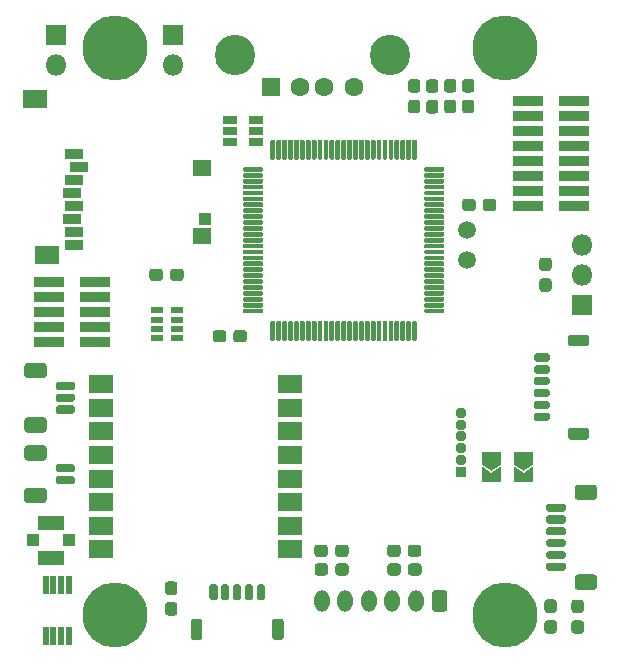
<source format=gbr>
%TF.GenerationSoftware,KiCad,Pcbnew,(5.1.6)-1*%
%TF.CreationDate,2020-12-09T10:59:39+01:00*%
%TF.ProjectId,CanSat,43616e53-6174-42e6-9b69-6361645f7063,rev?*%
%TF.SameCoordinates,Original*%
%TF.FileFunction,Soldermask,Bot*%
%TF.FilePolarity,Negative*%
%FSLAX46Y46*%
G04 Gerber Fmt 4.6, Leading zero omitted, Abs format (unit mm)*
G04 Created by KiCad (PCBNEW (5.1.6)-1) date 2020-12-09 10:59:39*
%MOMM*%
%LPD*%
G01*
G04 APERTURE LIST*
%ADD10C,5.500000*%
%ADD11C,0.900000*%
%ADD12R,1.000000X0.500000*%
%ADD13R,1.100000X1.100000*%
%ADD14R,2.300000X1.150000*%
%ADD15O,1.800000X1.800000*%
%ADD16R,1.800000X1.800000*%
%ADD17R,2.100000X1.600000*%
%ADD18R,1.600000X0.900000*%
%ADD19R,2.000000X1.500000*%
%ADD20R,1.500000X1.400000*%
%ADD21R,1.100000X1.050000*%
%ADD22R,2.500000X0.840000*%
%ADD23O,1.300000X1.850000*%
%ADD24O,0.950000X0.950000*%
%ADD25R,0.950000X0.950000*%
%ADD26C,0.100000*%
%ADD27C,1.500000*%
%ADD28R,1.608000X1.608000*%
%ADD29C,1.608000*%
%ADD30C,3.416000*%
%ADD31R,0.570000X1.520000*%
%ADD32R,1.160000X0.750000*%
G04 APERTURE END LIST*
D10*
%TO.C,H3*%
X226500000Y-81500000D03*
D11*
X228525000Y-81500000D03*
X227931891Y-82931891D03*
X226500000Y-83525000D03*
X225068109Y-82931891D03*
X224475000Y-81500000D03*
X225068109Y-80068109D03*
X226500000Y-79475000D03*
X227931891Y-80068109D03*
%TD*%
D12*
%TO.C,RN3*%
X197016000Y-58096000D03*
X197016000Y-57296000D03*
X197016000Y-56496000D03*
X197016000Y-55696000D03*
X198716000Y-58096000D03*
X198716000Y-55696000D03*
X198716000Y-57296000D03*
X198716000Y-56496000D03*
%TD*%
D13*
%TO.C,J9*%
X189587000Y-75184000D03*
X186587000Y-75184000D03*
D14*
X188087000Y-76659000D03*
X188087000Y-73709000D03*
%TD*%
D15*
%TO.C,J7*%
X198437500Y-34988500D03*
D16*
X198437500Y-32448500D03*
%TD*%
D15*
%TO.C,J6*%
X188531500Y-34988500D03*
D16*
X188531500Y-32448500D03*
%TD*%
%TO.C,F1*%
G36*
G01*
X198509500Y-81573000D02*
X197984500Y-81573000D01*
G75*
G02*
X197722000Y-81310500I0J262500D01*
G01*
X197722000Y-80685500D01*
G75*
G02*
X197984500Y-80423000I262500J0D01*
G01*
X198509500Y-80423000D01*
G75*
G02*
X198772000Y-80685500I0J-262500D01*
G01*
X198772000Y-81310500D01*
G75*
G02*
X198509500Y-81573000I-262500J0D01*
G01*
G37*
G36*
G01*
X198509500Y-79823000D02*
X197984500Y-79823000D01*
G75*
G02*
X197722000Y-79560500I0J262500D01*
G01*
X197722000Y-78935500D01*
G75*
G02*
X197984500Y-78673000I262500J0D01*
G01*
X198509500Y-78673000D01*
G75*
G02*
X198772000Y-78935500I0J-262500D01*
G01*
X198772000Y-79560500D01*
G75*
G02*
X198509500Y-79823000I-262500J0D01*
G01*
G37*
%TD*%
D17*
%TO.C,U1*%
X192279000Y-75961000D03*
X192279000Y-73961000D03*
X192279000Y-71961000D03*
X192279000Y-69961000D03*
X192279000Y-67961000D03*
X192279000Y-65961000D03*
X192279000Y-63961000D03*
X192279000Y-61961000D03*
X208279000Y-61961000D03*
X208279000Y-63961000D03*
X208279000Y-65961000D03*
X208279000Y-67961000D03*
X208279000Y-69961000D03*
X208279000Y-71961000D03*
X208279000Y-73961000D03*
X208279000Y-75961000D03*
%TD*%
D18*
%TO.C,J14*%
X190015000Y-42510000D03*
X190415000Y-43610000D03*
X190015000Y-44710000D03*
X189815000Y-45810000D03*
X190015000Y-46910000D03*
X189815000Y-48010000D03*
X190015000Y-49110000D03*
D19*
X186725000Y-37850000D03*
D20*
X200875000Y-43700000D03*
D21*
X201075000Y-48010000D03*
D20*
X200875000Y-49400000D03*
D19*
X187725000Y-51000000D03*
D18*
X190015000Y-50210000D03*
%TD*%
%TO.C,J4*%
G36*
G01*
X206185000Y-79105000D02*
X206185000Y-80105000D01*
G75*
G02*
X206010000Y-80280000I-175000J0D01*
G01*
X205660000Y-80280000D01*
G75*
G02*
X205485000Y-80105000I0J175000D01*
G01*
X205485000Y-79105000D01*
G75*
G02*
X205660000Y-78930000I175000J0D01*
G01*
X206010000Y-78930000D01*
G75*
G02*
X206185000Y-79105000I0J-175000D01*
G01*
G37*
G36*
G01*
X205185000Y-79105000D02*
X205185000Y-80105000D01*
G75*
G02*
X205010000Y-80280000I-175000J0D01*
G01*
X204660000Y-80280000D01*
G75*
G02*
X204485000Y-80105000I0J175000D01*
G01*
X204485000Y-79105000D01*
G75*
G02*
X204660000Y-78930000I175000J0D01*
G01*
X205010000Y-78930000D01*
G75*
G02*
X205185000Y-79105000I0J-175000D01*
G01*
G37*
G36*
G01*
X204185000Y-79105000D02*
X204185000Y-80105000D01*
G75*
G02*
X204010000Y-80280000I-175000J0D01*
G01*
X203660000Y-80280000D01*
G75*
G02*
X203485000Y-80105000I0J175000D01*
G01*
X203485000Y-79105000D01*
G75*
G02*
X203660000Y-78930000I175000J0D01*
G01*
X204010000Y-78930000D01*
G75*
G02*
X204185000Y-79105000I0J-175000D01*
G01*
G37*
G36*
G01*
X203185000Y-79105000D02*
X203185000Y-80105000D01*
G75*
G02*
X203010000Y-80280000I-175000J0D01*
G01*
X202660000Y-80280000D01*
G75*
G02*
X202485000Y-80105000I0J175000D01*
G01*
X202485000Y-79105000D01*
G75*
G02*
X202660000Y-78930000I175000J0D01*
G01*
X203010000Y-78930000D01*
G75*
G02*
X203185000Y-79105000I0J-175000D01*
G01*
G37*
G36*
G01*
X202185000Y-79105000D02*
X202185000Y-80105000D01*
G75*
G02*
X202010000Y-80280000I-175000J0D01*
G01*
X201660000Y-80280000D01*
G75*
G02*
X201485000Y-80105000I0J175000D01*
G01*
X201485000Y-79105000D01*
G75*
G02*
X201660000Y-78930000I175000J0D01*
G01*
X202010000Y-78930000D01*
G75*
G02*
X202185000Y-79105000I0J-175000D01*
G01*
G37*
G36*
G01*
X207785000Y-82080000D02*
X207785000Y-83380000D01*
G75*
G02*
X207535000Y-83630000I-250000J0D01*
G01*
X207035000Y-83630000D01*
G75*
G02*
X206785000Y-83380000I0J250000D01*
G01*
X206785000Y-82080000D01*
G75*
G02*
X207035000Y-81830000I250000J0D01*
G01*
X207535000Y-81830000D01*
G75*
G02*
X207785000Y-82080000I0J-250000D01*
G01*
G37*
G36*
G01*
X200885000Y-82080000D02*
X200885000Y-83380000D01*
G75*
G02*
X200635000Y-83630000I-250000J0D01*
G01*
X200135000Y-83630000D01*
G75*
G02*
X199885000Y-83380000I0J250000D01*
G01*
X199885000Y-82080000D01*
G75*
G02*
X200135000Y-81830000I250000J0D01*
G01*
X200635000Y-81830000D01*
G75*
G02*
X200885000Y-82080000I0J-250000D01*
G01*
G37*
%TD*%
%TO.C,C6*%
G36*
G01*
X202914000Y-57649500D02*
X202914000Y-58174500D01*
G75*
G02*
X202651500Y-58437000I-262500J0D01*
G01*
X202026500Y-58437000D01*
G75*
G02*
X201764000Y-58174500I0J262500D01*
G01*
X201764000Y-57649500D01*
G75*
G02*
X202026500Y-57387000I262500J0D01*
G01*
X202651500Y-57387000D01*
G75*
G02*
X202914000Y-57649500I0J-262500D01*
G01*
G37*
G36*
G01*
X204664000Y-57649500D02*
X204664000Y-58174500D01*
G75*
G02*
X204401500Y-58437000I-262500J0D01*
G01*
X203776500Y-58437000D01*
G75*
G02*
X203514000Y-58174500I0J262500D01*
G01*
X203514000Y-57649500D01*
G75*
G02*
X203776500Y-57387000I262500J0D01*
G01*
X204401500Y-57387000D01*
G75*
G02*
X204664000Y-57649500I0J-262500D01*
G01*
G37*
%TD*%
%TO.C,C12*%
G36*
G01*
X198152000Y-52967500D02*
X198152000Y-52442500D01*
G75*
G02*
X198414500Y-52180000I262500J0D01*
G01*
X199039500Y-52180000D01*
G75*
G02*
X199302000Y-52442500I0J-262500D01*
G01*
X199302000Y-52967500D01*
G75*
G02*
X199039500Y-53230000I-262500J0D01*
G01*
X198414500Y-53230000D01*
G75*
G02*
X198152000Y-52967500I0J262500D01*
G01*
G37*
G36*
G01*
X196402000Y-52967500D02*
X196402000Y-52442500D01*
G75*
G02*
X196664500Y-52180000I262500J0D01*
G01*
X197289500Y-52180000D01*
G75*
G02*
X197552000Y-52442500I0J-262500D01*
G01*
X197552000Y-52967500D01*
G75*
G02*
X197289500Y-53230000I-262500J0D01*
G01*
X196664500Y-53230000D01*
G75*
G02*
X196402000Y-52967500I0J262500D01*
G01*
G37*
%TD*%
%TO.C,D1*%
G36*
G01*
X219431500Y-75810500D02*
X219431500Y-76335500D01*
G75*
G02*
X219169000Y-76598000I-262500J0D01*
G01*
X218544000Y-76598000D01*
G75*
G02*
X218281500Y-76335500I0J262500D01*
G01*
X218281500Y-75810500D01*
G75*
G02*
X218544000Y-75548000I262500J0D01*
G01*
X219169000Y-75548000D01*
G75*
G02*
X219431500Y-75810500I0J-262500D01*
G01*
G37*
G36*
G01*
X217681500Y-75810500D02*
X217681500Y-76335500D01*
G75*
G02*
X217419000Y-76598000I-262500J0D01*
G01*
X216794000Y-76598000D01*
G75*
G02*
X216531500Y-76335500I0J262500D01*
G01*
X216531500Y-75810500D01*
G75*
G02*
X216794000Y-75548000I262500J0D01*
G01*
X217419000Y-75548000D01*
G75*
G02*
X217681500Y-75810500I0J-262500D01*
G01*
G37*
%TD*%
%TO.C,D2*%
G36*
G01*
X212122000Y-76335500D02*
X212122000Y-75810500D01*
G75*
G02*
X212384500Y-75548000I262500J0D01*
G01*
X213009500Y-75548000D01*
G75*
G02*
X213272000Y-75810500I0J-262500D01*
G01*
X213272000Y-76335500D01*
G75*
G02*
X213009500Y-76598000I-262500J0D01*
G01*
X212384500Y-76598000D01*
G75*
G02*
X212122000Y-76335500I0J262500D01*
G01*
G37*
G36*
G01*
X210372000Y-76335500D02*
X210372000Y-75810500D01*
G75*
G02*
X210634500Y-75548000I262500J0D01*
G01*
X211259500Y-75548000D01*
G75*
G02*
X211522000Y-75810500I0J-262500D01*
G01*
X211522000Y-76335500D01*
G75*
G02*
X211259500Y-76598000I-262500J0D01*
G01*
X210634500Y-76598000D01*
G75*
G02*
X210372000Y-76335500I0J262500D01*
G01*
G37*
%TD*%
%TO.C,D3*%
G36*
G01*
X219083500Y-37292000D02*
X218558500Y-37292000D01*
G75*
G02*
X218296000Y-37029500I0J262500D01*
G01*
X218296000Y-36404500D01*
G75*
G02*
X218558500Y-36142000I262500J0D01*
G01*
X219083500Y-36142000D01*
G75*
G02*
X219346000Y-36404500I0J-262500D01*
G01*
X219346000Y-37029500D01*
G75*
G02*
X219083500Y-37292000I-262500J0D01*
G01*
G37*
G36*
G01*
X219083500Y-39042000D02*
X218558500Y-39042000D01*
G75*
G02*
X218296000Y-38779500I0J262500D01*
G01*
X218296000Y-38154500D01*
G75*
G02*
X218558500Y-37892000I262500J0D01*
G01*
X219083500Y-37892000D01*
G75*
G02*
X219346000Y-38154500I0J-262500D01*
G01*
X219346000Y-38779500D01*
G75*
G02*
X219083500Y-39042000I-262500J0D01*
G01*
G37*
%TD*%
%TO.C,D4*%
G36*
G01*
X222131500Y-39028000D02*
X221606500Y-39028000D01*
G75*
G02*
X221344000Y-38765500I0J262500D01*
G01*
X221344000Y-38140500D01*
G75*
G02*
X221606500Y-37878000I262500J0D01*
G01*
X222131500Y-37878000D01*
G75*
G02*
X222394000Y-38140500I0J-262500D01*
G01*
X222394000Y-38765500D01*
G75*
G02*
X222131500Y-39028000I-262500J0D01*
G01*
G37*
G36*
G01*
X222131500Y-37278000D02*
X221606500Y-37278000D01*
G75*
G02*
X221344000Y-37015500I0J262500D01*
G01*
X221344000Y-36390500D01*
G75*
G02*
X221606500Y-36128000I262500J0D01*
G01*
X222131500Y-36128000D01*
G75*
G02*
X222394000Y-36390500I0J-262500D01*
G01*
X222394000Y-37015500D01*
G75*
G02*
X222131500Y-37278000I-262500J0D01*
G01*
G37*
%TD*%
%TO.C,J1*%
G36*
G01*
X229116000Y-59372000D02*
X230116000Y-59372000D01*
G75*
G02*
X230291000Y-59547000I0J-175000D01*
G01*
X230291000Y-59897000D01*
G75*
G02*
X230116000Y-60072000I-175000J0D01*
G01*
X229116000Y-60072000D01*
G75*
G02*
X228941000Y-59897000I0J175000D01*
G01*
X228941000Y-59547000D01*
G75*
G02*
X229116000Y-59372000I175000J0D01*
G01*
G37*
G36*
G01*
X229116000Y-60372000D02*
X230116000Y-60372000D01*
G75*
G02*
X230291000Y-60547000I0J-175000D01*
G01*
X230291000Y-60897000D01*
G75*
G02*
X230116000Y-61072000I-175000J0D01*
G01*
X229116000Y-61072000D01*
G75*
G02*
X228941000Y-60897000I0J175000D01*
G01*
X228941000Y-60547000D01*
G75*
G02*
X229116000Y-60372000I175000J0D01*
G01*
G37*
G36*
G01*
X229116000Y-61372000D02*
X230116000Y-61372000D01*
G75*
G02*
X230291000Y-61547000I0J-175000D01*
G01*
X230291000Y-61897000D01*
G75*
G02*
X230116000Y-62072000I-175000J0D01*
G01*
X229116000Y-62072000D01*
G75*
G02*
X228941000Y-61897000I0J175000D01*
G01*
X228941000Y-61547000D01*
G75*
G02*
X229116000Y-61372000I175000J0D01*
G01*
G37*
G36*
G01*
X229116000Y-62372000D02*
X230116000Y-62372000D01*
G75*
G02*
X230291000Y-62547000I0J-175000D01*
G01*
X230291000Y-62897000D01*
G75*
G02*
X230116000Y-63072000I-175000J0D01*
G01*
X229116000Y-63072000D01*
G75*
G02*
X228941000Y-62897000I0J175000D01*
G01*
X228941000Y-62547000D01*
G75*
G02*
X229116000Y-62372000I175000J0D01*
G01*
G37*
G36*
G01*
X229116000Y-63372000D02*
X230116000Y-63372000D01*
G75*
G02*
X230291000Y-63547000I0J-175000D01*
G01*
X230291000Y-63897000D01*
G75*
G02*
X230116000Y-64072000I-175000J0D01*
G01*
X229116000Y-64072000D01*
G75*
G02*
X228941000Y-63897000I0J175000D01*
G01*
X228941000Y-63547000D01*
G75*
G02*
X229116000Y-63372000I175000J0D01*
G01*
G37*
G36*
G01*
X229116000Y-64372000D02*
X230116000Y-64372000D01*
G75*
G02*
X230291000Y-64547000I0J-175000D01*
G01*
X230291000Y-64897000D01*
G75*
G02*
X230116000Y-65072000I-175000J0D01*
G01*
X229116000Y-65072000D01*
G75*
G02*
X228941000Y-64897000I0J175000D01*
G01*
X228941000Y-64547000D01*
G75*
G02*
X229116000Y-64372000I175000J0D01*
G01*
G37*
G36*
G01*
X232091000Y-57772000D02*
X233391000Y-57772000D01*
G75*
G02*
X233641000Y-58022000I0J-250000D01*
G01*
X233641000Y-58522000D01*
G75*
G02*
X233391000Y-58772000I-250000J0D01*
G01*
X232091000Y-58772000D01*
G75*
G02*
X231841000Y-58522000I0J250000D01*
G01*
X231841000Y-58022000D01*
G75*
G02*
X232091000Y-57772000I250000J0D01*
G01*
G37*
G36*
G01*
X232091000Y-65672000D02*
X233391000Y-65672000D01*
G75*
G02*
X233641000Y-65922000I0J-250000D01*
G01*
X233641000Y-66422000D01*
G75*
G02*
X233391000Y-66672000I-250000J0D01*
G01*
X232091000Y-66672000D01*
G75*
G02*
X231841000Y-66422000I0J250000D01*
G01*
X231841000Y-65922000D01*
G75*
G02*
X232091000Y-65672000I250000J0D01*
G01*
G37*
%TD*%
%TO.C,J2*%
G36*
G01*
X186080832Y-70746000D02*
X187439168Y-70746000D01*
G75*
G02*
X187710000Y-71016832I0J-270832D01*
G01*
X187710000Y-71775168D01*
G75*
G02*
X187439168Y-72046000I-270832J0D01*
G01*
X186080832Y-72046000D01*
G75*
G02*
X185810000Y-71775168I0J270832D01*
G01*
X185810000Y-71016832D01*
G75*
G02*
X186080832Y-70746000I270832J0D01*
G01*
G37*
G36*
G01*
X186080832Y-67146000D02*
X187439168Y-67146000D01*
G75*
G02*
X187710000Y-67416832I0J-270832D01*
G01*
X187710000Y-68175168D01*
G75*
G02*
X187439168Y-68446000I-270832J0D01*
G01*
X186080832Y-68446000D01*
G75*
G02*
X185810000Y-68175168I0J270832D01*
G01*
X185810000Y-67416832D01*
G75*
G02*
X186080832Y-67146000I270832J0D01*
G01*
G37*
G36*
G01*
X188635000Y-69746000D02*
X189935000Y-69746000D01*
G75*
G02*
X190110000Y-69921000I0J-175000D01*
G01*
X190110000Y-70271000D01*
G75*
G02*
X189935000Y-70446000I-175000J0D01*
G01*
X188635000Y-70446000D01*
G75*
G02*
X188460000Y-70271000I0J175000D01*
G01*
X188460000Y-69921000D01*
G75*
G02*
X188635000Y-69746000I175000J0D01*
G01*
G37*
G36*
G01*
X188635000Y-68746000D02*
X189935000Y-68746000D01*
G75*
G02*
X190110000Y-68921000I0J-175000D01*
G01*
X190110000Y-69271000D01*
G75*
G02*
X189935000Y-69446000I-175000J0D01*
G01*
X188635000Y-69446000D01*
G75*
G02*
X188460000Y-69271000I0J175000D01*
G01*
X188460000Y-68921000D01*
G75*
G02*
X188635000Y-68746000I175000J0D01*
G01*
G37*
%TD*%
%TO.C,J3*%
G36*
G01*
X186080832Y-64769000D02*
X187439168Y-64769000D01*
G75*
G02*
X187710000Y-65039832I0J-270832D01*
G01*
X187710000Y-65798168D01*
G75*
G02*
X187439168Y-66069000I-270832J0D01*
G01*
X186080832Y-66069000D01*
G75*
G02*
X185810000Y-65798168I0J270832D01*
G01*
X185810000Y-65039832D01*
G75*
G02*
X186080832Y-64769000I270832J0D01*
G01*
G37*
G36*
G01*
X186080832Y-60169000D02*
X187439168Y-60169000D01*
G75*
G02*
X187710000Y-60439832I0J-270832D01*
G01*
X187710000Y-61198168D01*
G75*
G02*
X187439168Y-61469000I-270832J0D01*
G01*
X186080832Y-61469000D01*
G75*
G02*
X185810000Y-61198168I0J270832D01*
G01*
X185810000Y-60439832D01*
G75*
G02*
X186080832Y-60169000I270832J0D01*
G01*
G37*
G36*
G01*
X188635000Y-63769000D02*
X189935000Y-63769000D01*
G75*
G02*
X190110000Y-63944000I0J-175000D01*
G01*
X190110000Y-64294000D01*
G75*
G02*
X189935000Y-64469000I-175000J0D01*
G01*
X188635000Y-64469000D01*
G75*
G02*
X188460000Y-64294000I0J175000D01*
G01*
X188460000Y-63944000D01*
G75*
G02*
X188635000Y-63769000I175000J0D01*
G01*
G37*
G36*
G01*
X188635000Y-62769000D02*
X189935000Y-62769000D01*
G75*
G02*
X190110000Y-62944000I0J-175000D01*
G01*
X190110000Y-63294000D01*
G75*
G02*
X189935000Y-63469000I-175000J0D01*
G01*
X188635000Y-63469000D01*
G75*
G02*
X188460000Y-63294000I0J175000D01*
G01*
X188460000Y-62944000D01*
G75*
G02*
X188635000Y-62769000I175000J0D01*
G01*
G37*
G36*
G01*
X188635000Y-61769000D02*
X189935000Y-61769000D01*
G75*
G02*
X190110000Y-61944000I0J-175000D01*
G01*
X190110000Y-62294000D01*
G75*
G02*
X189935000Y-62469000I-175000J0D01*
G01*
X188635000Y-62469000D01*
G75*
G02*
X188460000Y-62294000I0J175000D01*
G01*
X188460000Y-61944000D01*
G75*
G02*
X188635000Y-61769000I175000J0D01*
G01*
G37*
%TD*%
D22*
%TO.C,J5*%
X232328000Y-37973000D03*
X228428000Y-37973000D03*
X232328000Y-39243000D03*
X228428000Y-39243000D03*
X232328000Y-40513000D03*
X228428000Y-40513000D03*
X232328000Y-41783000D03*
X228428000Y-41783000D03*
X232328000Y-43053000D03*
X228428000Y-43053000D03*
X232328000Y-44323000D03*
X228428000Y-44323000D03*
X232328000Y-45593000D03*
X228428000Y-45593000D03*
X232328000Y-46863000D03*
X228428000Y-46863000D03*
%TD*%
D16*
%TO.C,J10*%
X233045000Y-55245000D03*
D15*
X233045000Y-52705000D03*
X233045000Y-50165000D03*
%TD*%
%TO.C,J11*%
G36*
G01*
X234035168Y-71780000D02*
X232676832Y-71780000D01*
G75*
G02*
X232406000Y-71509168I0J270832D01*
G01*
X232406000Y-70750832D01*
G75*
G02*
X232676832Y-70480000I270832J0D01*
G01*
X234035168Y-70480000D01*
G75*
G02*
X234306000Y-70750832I0J-270832D01*
G01*
X234306000Y-71509168D01*
G75*
G02*
X234035168Y-71780000I-270832J0D01*
G01*
G37*
G36*
G01*
X234035168Y-79380000D02*
X232676832Y-79380000D01*
G75*
G02*
X232406000Y-79109168I0J270832D01*
G01*
X232406000Y-78350832D01*
G75*
G02*
X232676832Y-78080000I270832J0D01*
G01*
X234035168Y-78080000D01*
G75*
G02*
X234306000Y-78350832I0J-270832D01*
G01*
X234306000Y-79109168D01*
G75*
G02*
X234035168Y-79380000I-270832J0D01*
G01*
G37*
G36*
G01*
X231481000Y-72780000D02*
X230181000Y-72780000D01*
G75*
G02*
X230006000Y-72605000I0J175000D01*
G01*
X230006000Y-72255000D01*
G75*
G02*
X230181000Y-72080000I175000J0D01*
G01*
X231481000Y-72080000D01*
G75*
G02*
X231656000Y-72255000I0J-175000D01*
G01*
X231656000Y-72605000D01*
G75*
G02*
X231481000Y-72780000I-175000J0D01*
G01*
G37*
G36*
G01*
X231481000Y-73780000D02*
X230181000Y-73780000D01*
G75*
G02*
X230006000Y-73605000I0J175000D01*
G01*
X230006000Y-73255000D01*
G75*
G02*
X230181000Y-73080000I175000J0D01*
G01*
X231481000Y-73080000D01*
G75*
G02*
X231656000Y-73255000I0J-175000D01*
G01*
X231656000Y-73605000D01*
G75*
G02*
X231481000Y-73780000I-175000J0D01*
G01*
G37*
G36*
G01*
X231481000Y-74780000D02*
X230181000Y-74780000D01*
G75*
G02*
X230006000Y-74605000I0J175000D01*
G01*
X230006000Y-74255000D01*
G75*
G02*
X230181000Y-74080000I175000J0D01*
G01*
X231481000Y-74080000D01*
G75*
G02*
X231656000Y-74255000I0J-175000D01*
G01*
X231656000Y-74605000D01*
G75*
G02*
X231481000Y-74780000I-175000J0D01*
G01*
G37*
G36*
G01*
X231481000Y-75780000D02*
X230181000Y-75780000D01*
G75*
G02*
X230006000Y-75605000I0J175000D01*
G01*
X230006000Y-75255000D01*
G75*
G02*
X230181000Y-75080000I175000J0D01*
G01*
X231481000Y-75080000D01*
G75*
G02*
X231656000Y-75255000I0J-175000D01*
G01*
X231656000Y-75605000D01*
G75*
G02*
X231481000Y-75780000I-175000J0D01*
G01*
G37*
G36*
G01*
X231481000Y-76780000D02*
X230181000Y-76780000D01*
G75*
G02*
X230006000Y-76605000I0J175000D01*
G01*
X230006000Y-76255000D01*
G75*
G02*
X230181000Y-76080000I175000J0D01*
G01*
X231481000Y-76080000D01*
G75*
G02*
X231656000Y-76255000I0J-175000D01*
G01*
X231656000Y-76605000D01*
G75*
G02*
X231481000Y-76780000I-175000J0D01*
G01*
G37*
G36*
G01*
X231481000Y-77780000D02*
X230181000Y-77780000D01*
G75*
G02*
X230006000Y-77605000I0J175000D01*
G01*
X230006000Y-77255000D01*
G75*
G02*
X230181000Y-77080000I175000J0D01*
G01*
X231481000Y-77080000D01*
G75*
G02*
X231656000Y-77255000I0J-175000D01*
G01*
X231656000Y-77605000D01*
G75*
G02*
X231481000Y-77780000I-175000J0D01*
G01*
G37*
%TD*%
D23*
%TO.C,J12*%
X210980000Y-80327500D03*
X212980000Y-80327500D03*
X214980000Y-80327500D03*
X216980000Y-80327500D03*
X218980000Y-80327500D03*
G36*
G01*
X221630000Y-79673332D02*
X221630000Y-80981668D01*
G75*
G02*
X221359168Y-81252500I-270832J0D01*
G01*
X220600832Y-81252500D01*
G75*
G02*
X220330000Y-80981668I0J270832D01*
G01*
X220330000Y-79673332D01*
G75*
G02*
X220600832Y-79402500I270832J0D01*
G01*
X221359168Y-79402500D01*
G75*
G02*
X221630000Y-79673332I0J-270832D01*
G01*
G37*
%TD*%
D22*
%TO.C,J13*%
X191815000Y-53340000D03*
X187915000Y-53340000D03*
X191815000Y-54610000D03*
X187915000Y-54610000D03*
X191815000Y-55880000D03*
X187915000Y-55880000D03*
X191815000Y-57150000D03*
X187915000Y-57150000D03*
X191815000Y-58420000D03*
X187915000Y-58420000D03*
%TD*%
D24*
%TO.C,J17*%
X222800000Y-64400000D03*
X222800000Y-65400000D03*
X222800000Y-66400000D03*
X222800000Y-67400000D03*
X222800000Y-68400000D03*
D25*
X222800000Y-69400000D03*
%TD*%
D26*
%TO.C,JP1*%
G36*
X228891039Y-70195755D02*
G01*
X228888194Y-70205134D01*
X228883573Y-70213779D01*
X228877355Y-70221355D01*
X228869779Y-70227573D01*
X228861134Y-70232194D01*
X228851755Y-70235039D01*
X228842000Y-70236000D01*
X227342000Y-70236000D01*
X227332245Y-70235039D01*
X227322866Y-70232194D01*
X227314221Y-70227573D01*
X227306645Y-70221355D01*
X227300427Y-70213779D01*
X227295806Y-70205134D01*
X227292961Y-70195755D01*
X227292000Y-70186000D01*
X227292000Y-69036000D01*
X227292961Y-69026245D01*
X227295806Y-69016866D01*
X227300427Y-69008221D01*
X227306645Y-69000645D01*
X227314221Y-68994427D01*
X227322866Y-68989806D01*
X227332245Y-68986961D01*
X227342000Y-68986000D01*
X227351755Y-68986961D01*
X227361134Y-68989806D01*
X227369735Y-68994397D01*
X228092000Y-69475907D01*
X228814265Y-68994397D01*
X228822914Y-68989786D01*
X228832297Y-68986951D01*
X228842052Y-68986000D01*
X228851806Y-68986971D01*
X228861182Y-68989826D01*
X228869822Y-68994456D01*
X228877392Y-69000682D01*
X228883603Y-69008265D01*
X228888214Y-69016914D01*
X228891049Y-69026297D01*
X228892000Y-69036000D01*
X228892000Y-70186000D01*
X228891039Y-70195755D01*
G37*
G36*
X228891039Y-68745755D02*
G01*
X228888194Y-68755134D01*
X228883573Y-68763779D01*
X228877355Y-68771355D01*
X228869735Y-68777603D01*
X228119735Y-69277603D01*
X228111086Y-69282214D01*
X228101703Y-69285049D01*
X228091948Y-69286000D01*
X228082194Y-69285029D01*
X228072818Y-69282174D01*
X228064265Y-69277603D01*
X227314265Y-68777603D01*
X227306682Y-68771392D01*
X227300456Y-68763822D01*
X227295826Y-68755182D01*
X227292971Y-68745806D01*
X227292000Y-68736000D01*
X227292000Y-67736000D01*
X227292961Y-67726245D01*
X227295806Y-67716866D01*
X227300427Y-67708221D01*
X227306645Y-67700645D01*
X227314221Y-67694427D01*
X227322866Y-67689806D01*
X227332245Y-67686961D01*
X227342000Y-67686000D01*
X228842000Y-67686000D01*
X228851755Y-67686961D01*
X228861134Y-67689806D01*
X228869779Y-67694427D01*
X228877355Y-67700645D01*
X228883573Y-67708221D01*
X228888194Y-67716866D01*
X228891039Y-67726245D01*
X228892000Y-67736000D01*
X228892000Y-68736000D01*
X228891039Y-68745755D01*
G37*
%TD*%
%TO.C,JP2*%
G36*
X226160539Y-68745755D02*
G01*
X226157694Y-68755134D01*
X226153073Y-68763779D01*
X226146855Y-68771355D01*
X226139235Y-68777603D01*
X225389235Y-69277603D01*
X225380586Y-69282214D01*
X225371203Y-69285049D01*
X225361448Y-69286000D01*
X225351694Y-69285029D01*
X225342318Y-69282174D01*
X225333765Y-69277603D01*
X224583765Y-68777603D01*
X224576182Y-68771392D01*
X224569956Y-68763822D01*
X224565326Y-68755182D01*
X224562471Y-68745806D01*
X224561500Y-68736000D01*
X224561500Y-67736000D01*
X224562461Y-67726245D01*
X224565306Y-67716866D01*
X224569927Y-67708221D01*
X224576145Y-67700645D01*
X224583721Y-67694427D01*
X224592366Y-67689806D01*
X224601745Y-67686961D01*
X224611500Y-67686000D01*
X226111500Y-67686000D01*
X226121255Y-67686961D01*
X226130634Y-67689806D01*
X226139279Y-67694427D01*
X226146855Y-67700645D01*
X226153073Y-67708221D01*
X226157694Y-67716866D01*
X226160539Y-67726245D01*
X226161500Y-67736000D01*
X226161500Y-68736000D01*
X226160539Y-68745755D01*
G37*
G36*
X226160539Y-70195755D02*
G01*
X226157694Y-70205134D01*
X226153073Y-70213779D01*
X226146855Y-70221355D01*
X226139279Y-70227573D01*
X226130634Y-70232194D01*
X226121255Y-70235039D01*
X226111500Y-70236000D01*
X224611500Y-70236000D01*
X224601745Y-70235039D01*
X224592366Y-70232194D01*
X224583721Y-70227573D01*
X224576145Y-70221355D01*
X224569927Y-70213779D01*
X224565306Y-70205134D01*
X224562461Y-70195755D01*
X224561500Y-70186000D01*
X224561500Y-69036000D01*
X224562461Y-69026245D01*
X224565306Y-69016866D01*
X224569927Y-69008221D01*
X224576145Y-69000645D01*
X224583721Y-68994427D01*
X224592366Y-68989806D01*
X224601745Y-68986961D01*
X224611500Y-68986000D01*
X224621255Y-68986961D01*
X224630634Y-68989806D01*
X224639235Y-68994397D01*
X225361500Y-69475907D01*
X226083765Y-68994397D01*
X226092414Y-68989786D01*
X226101797Y-68986951D01*
X226111552Y-68986000D01*
X226121306Y-68986971D01*
X226130682Y-68989826D01*
X226139322Y-68994456D01*
X226146892Y-69000682D01*
X226153103Y-69008265D01*
X226157714Y-69016914D01*
X226160549Y-69026297D01*
X226161500Y-69036000D01*
X226161500Y-70186000D01*
X226160539Y-70195755D01*
G37*
%TD*%
D27*
%TO.C,JP4*%
X223266000Y-48895000D03*
X223266000Y-51435000D03*
%TD*%
D28*
%TO.C,P1*%
X206685000Y-36830000D03*
D29*
X209185000Y-36830000D03*
X211185000Y-36830000D03*
X213685000Y-36830000D03*
D30*
X203615000Y-34120000D03*
X216755000Y-34120000D03*
%TD*%
%TO.C,R10*%
G36*
G01*
X230196000Y-54155000D02*
X229671000Y-54155000D01*
G75*
G02*
X229408500Y-53892500I0J262500D01*
G01*
X229408500Y-53267500D01*
G75*
G02*
X229671000Y-53005000I262500J0D01*
G01*
X230196000Y-53005000D01*
G75*
G02*
X230458500Y-53267500I0J-262500D01*
G01*
X230458500Y-53892500D01*
G75*
G02*
X230196000Y-54155000I-262500J0D01*
G01*
G37*
G36*
G01*
X230196000Y-52405000D02*
X229671000Y-52405000D01*
G75*
G02*
X229408500Y-52142500I0J262500D01*
G01*
X229408500Y-51517500D01*
G75*
G02*
X229671000Y-51255000I262500J0D01*
G01*
X230196000Y-51255000D01*
G75*
G02*
X230458500Y-51517500I0J-262500D01*
G01*
X230458500Y-52142500D01*
G75*
G02*
X230196000Y-52405000I-262500J0D01*
G01*
G37*
%TD*%
%TO.C,R11*%
G36*
G01*
X216545500Y-77923000D02*
X216545500Y-77398000D01*
G75*
G02*
X216808000Y-77135500I262500J0D01*
G01*
X217433000Y-77135500D01*
G75*
G02*
X217695500Y-77398000I0J-262500D01*
G01*
X217695500Y-77923000D01*
G75*
G02*
X217433000Y-78185500I-262500J0D01*
G01*
X216808000Y-78185500D01*
G75*
G02*
X216545500Y-77923000I0J262500D01*
G01*
G37*
G36*
G01*
X218295500Y-77923000D02*
X218295500Y-77398000D01*
G75*
G02*
X218558000Y-77135500I262500J0D01*
G01*
X219183000Y-77135500D01*
G75*
G02*
X219445500Y-77398000I0J-262500D01*
G01*
X219445500Y-77923000D01*
G75*
G02*
X219183000Y-78185500I-262500J0D01*
G01*
X218558000Y-78185500D01*
G75*
G02*
X218295500Y-77923000I0J262500D01*
G01*
G37*
%TD*%
%TO.C,R12*%
G36*
G01*
X211536000Y-77398000D02*
X211536000Y-77923000D01*
G75*
G02*
X211273500Y-78185500I-262500J0D01*
G01*
X210648500Y-78185500D01*
G75*
G02*
X210386000Y-77923000I0J262500D01*
G01*
X210386000Y-77398000D01*
G75*
G02*
X210648500Y-77135500I262500J0D01*
G01*
X211273500Y-77135500D01*
G75*
G02*
X211536000Y-77398000I0J-262500D01*
G01*
G37*
G36*
G01*
X213286000Y-77398000D02*
X213286000Y-77923000D01*
G75*
G02*
X213023500Y-78185500I-262500J0D01*
G01*
X212398500Y-78185500D01*
G75*
G02*
X212136000Y-77923000I0J262500D01*
G01*
X212136000Y-77398000D01*
G75*
G02*
X212398500Y-77135500I262500J0D01*
G01*
X213023500Y-77135500D01*
G75*
G02*
X213286000Y-77398000I0J-262500D01*
G01*
G37*
%TD*%
%TO.C,R13*%
G36*
G01*
X232926500Y-83111000D02*
X232401500Y-83111000D01*
G75*
G02*
X232139000Y-82848500I0J262500D01*
G01*
X232139000Y-82223500D01*
G75*
G02*
X232401500Y-81961000I262500J0D01*
G01*
X232926500Y-81961000D01*
G75*
G02*
X233189000Y-82223500I0J-262500D01*
G01*
X233189000Y-82848500D01*
G75*
G02*
X232926500Y-83111000I-262500J0D01*
G01*
G37*
G36*
G01*
X232926500Y-81361000D02*
X232401500Y-81361000D01*
G75*
G02*
X232139000Y-81098500I0J262500D01*
G01*
X232139000Y-80473500D01*
G75*
G02*
X232401500Y-80211000I262500J0D01*
G01*
X232926500Y-80211000D01*
G75*
G02*
X233189000Y-80473500I0J-262500D01*
G01*
X233189000Y-81098500D01*
G75*
G02*
X232926500Y-81361000I-262500J0D01*
G01*
G37*
%TD*%
%TO.C,R14*%
G36*
G01*
X230640500Y-83097000D02*
X230115500Y-83097000D01*
G75*
G02*
X229853000Y-82834500I0J262500D01*
G01*
X229853000Y-82209500D01*
G75*
G02*
X230115500Y-81947000I262500J0D01*
G01*
X230640500Y-81947000D01*
G75*
G02*
X230903000Y-82209500I0J-262500D01*
G01*
X230903000Y-82834500D01*
G75*
G02*
X230640500Y-83097000I-262500J0D01*
G01*
G37*
G36*
G01*
X230640500Y-81347000D02*
X230115500Y-81347000D01*
G75*
G02*
X229853000Y-81084500I0J262500D01*
G01*
X229853000Y-80459500D01*
G75*
G02*
X230115500Y-80197000I262500J0D01*
G01*
X230640500Y-80197000D01*
G75*
G02*
X230903000Y-80459500I0J-262500D01*
G01*
X230903000Y-81084500D01*
G75*
G02*
X230640500Y-81347000I-262500J0D01*
G01*
G37*
%TD*%
%TO.C,R28*%
G36*
G01*
X220082500Y-36156000D02*
X220607500Y-36156000D01*
G75*
G02*
X220870000Y-36418500I0J-262500D01*
G01*
X220870000Y-37043500D01*
G75*
G02*
X220607500Y-37306000I-262500J0D01*
G01*
X220082500Y-37306000D01*
G75*
G02*
X219820000Y-37043500I0J262500D01*
G01*
X219820000Y-36418500D01*
G75*
G02*
X220082500Y-36156000I262500J0D01*
G01*
G37*
G36*
G01*
X220082500Y-37906000D02*
X220607500Y-37906000D01*
G75*
G02*
X220870000Y-38168500I0J-262500D01*
G01*
X220870000Y-38793500D01*
G75*
G02*
X220607500Y-39056000I-262500J0D01*
G01*
X220082500Y-39056000D01*
G75*
G02*
X219820000Y-38793500I0J262500D01*
G01*
X219820000Y-38168500D01*
G75*
G02*
X220082500Y-37906000I262500J0D01*
G01*
G37*
%TD*%
%TO.C,R29*%
G36*
G01*
X223130500Y-36128000D02*
X223655500Y-36128000D01*
G75*
G02*
X223918000Y-36390500I0J-262500D01*
G01*
X223918000Y-37015500D01*
G75*
G02*
X223655500Y-37278000I-262500J0D01*
G01*
X223130500Y-37278000D01*
G75*
G02*
X222868000Y-37015500I0J262500D01*
G01*
X222868000Y-36390500D01*
G75*
G02*
X223130500Y-36128000I262500J0D01*
G01*
G37*
G36*
G01*
X223130500Y-37878000D02*
X223655500Y-37878000D01*
G75*
G02*
X223918000Y-38140500I0J-262500D01*
G01*
X223918000Y-38765500D01*
G75*
G02*
X223655500Y-39028000I-262500J0D01*
G01*
X223130500Y-39028000D01*
G75*
G02*
X222868000Y-38765500I0J262500D01*
G01*
X222868000Y-38140500D01*
G75*
G02*
X223130500Y-37878000I262500J0D01*
G01*
G37*
%TD*%
%TO.C,R30*%
G36*
G01*
X222881500Y-47062000D02*
X222881500Y-46537000D01*
G75*
G02*
X223144000Y-46274500I262500J0D01*
G01*
X223769000Y-46274500D01*
G75*
G02*
X224031500Y-46537000I0J-262500D01*
G01*
X224031500Y-47062000D01*
G75*
G02*
X223769000Y-47324500I-262500J0D01*
G01*
X223144000Y-47324500D01*
G75*
G02*
X222881500Y-47062000I0J262500D01*
G01*
G37*
G36*
G01*
X224631500Y-47062000D02*
X224631500Y-46537000D01*
G75*
G02*
X224894000Y-46274500I262500J0D01*
G01*
X225519000Y-46274500D01*
G75*
G02*
X225781500Y-46537000I0J-262500D01*
G01*
X225781500Y-47062000D01*
G75*
G02*
X225519000Y-47324500I-262500J0D01*
G01*
X224894000Y-47324500D01*
G75*
G02*
X224631500Y-47062000I0J262500D01*
G01*
G37*
%TD*%
D31*
%TO.C,U2*%
X187620000Y-78994000D03*
X188270000Y-78994000D03*
X188920000Y-78994000D03*
X189570000Y-78994000D03*
X189570000Y-83324000D03*
X188920000Y-83324000D03*
X188270000Y-83324000D03*
X187620000Y-83324000D03*
%TD*%
%TO.C,U3*%
G36*
G01*
X219052000Y-41359000D02*
X219052000Y-42859000D01*
G75*
G02*
X218952000Y-42959000I-100000J0D01*
G01*
X218752000Y-42959000D01*
G75*
G02*
X218652000Y-42859000I0J100000D01*
G01*
X218652000Y-41359000D01*
G75*
G02*
X218752000Y-41259000I100000J0D01*
G01*
X218952000Y-41259000D01*
G75*
G02*
X219052000Y-41359000I0J-100000D01*
G01*
G37*
G36*
G01*
X218552000Y-41359000D02*
X218552000Y-42859000D01*
G75*
G02*
X218452000Y-42959000I-100000J0D01*
G01*
X218252000Y-42959000D01*
G75*
G02*
X218152000Y-42859000I0J100000D01*
G01*
X218152000Y-41359000D01*
G75*
G02*
X218252000Y-41259000I100000J0D01*
G01*
X218452000Y-41259000D01*
G75*
G02*
X218552000Y-41359000I0J-100000D01*
G01*
G37*
G36*
G01*
X218052000Y-41359000D02*
X218052000Y-42859000D01*
G75*
G02*
X217952000Y-42959000I-100000J0D01*
G01*
X217752000Y-42959000D01*
G75*
G02*
X217652000Y-42859000I0J100000D01*
G01*
X217652000Y-41359000D01*
G75*
G02*
X217752000Y-41259000I100000J0D01*
G01*
X217952000Y-41259000D01*
G75*
G02*
X218052000Y-41359000I0J-100000D01*
G01*
G37*
G36*
G01*
X217552000Y-41359000D02*
X217552000Y-42859000D01*
G75*
G02*
X217452000Y-42959000I-100000J0D01*
G01*
X217252000Y-42959000D01*
G75*
G02*
X217152000Y-42859000I0J100000D01*
G01*
X217152000Y-41359000D01*
G75*
G02*
X217252000Y-41259000I100000J0D01*
G01*
X217452000Y-41259000D01*
G75*
G02*
X217552000Y-41359000I0J-100000D01*
G01*
G37*
G36*
G01*
X217052000Y-41359000D02*
X217052000Y-42859000D01*
G75*
G02*
X216952000Y-42959000I-100000J0D01*
G01*
X216752000Y-42959000D01*
G75*
G02*
X216652000Y-42859000I0J100000D01*
G01*
X216652000Y-41359000D01*
G75*
G02*
X216752000Y-41259000I100000J0D01*
G01*
X216952000Y-41259000D01*
G75*
G02*
X217052000Y-41359000I0J-100000D01*
G01*
G37*
G36*
G01*
X216552000Y-41359000D02*
X216552000Y-42859000D01*
G75*
G02*
X216452000Y-42959000I-100000J0D01*
G01*
X216252000Y-42959000D01*
G75*
G02*
X216152000Y-42859000I0J100000D01*
G01*
X216152000Y-41359000D01*
G75*
G02*
X216252000Y-41259000I100000J0D01*
G01*
X216452000Y-41259000D01*
G75*
G02*
X216552000Y-41359000I0J-100000D01*
G01*
G37*
G36*
G01*
X216052000Y-41359000D02*
X216052000Y-42859000D01*
G75*
G02*
X215952000Y-42959000I-100000J0D01*
G01*
X215752000Y-42959000D01*
G75*
G02*
X215652000Y-42859000I0J100000D01*
G01*
X215652000Y-41359000D01*
G75*
G02*
X215752000Y-41259000I100000J0D01*
G01*
X215952000Y-41259000D01*
G75*
G02*
X216052000Y-41359000I0J-100000D01*
G01*
G37*
G36*
G01*
X215552000Y-41359000D02*
X215552000Y-42859000D01*
G75*
G02*
X215452000Y-42959000I-100000J0D01*
G01*
X215252000Y-42959000D01*
G75*
G02*
X215152000Y-42859000I0J100000D01*
G01*
X215152000Y-41359000D01*
G75*
G02*
X215252000Y-41259000I100000J0D01*
G01*
X215452000Y-41259000D01*
G75*
G02*
X215552000Y-41359000I0J-100000D01*
G01*
G37*
G36*
G01*
X215052000Y-41359000D02*
X215052000Y-42859000D01*
G75*
G02*
X214952000Y-42959000I-100000J0D01*
G01*
X214752000Y-42959000D01*
G75*
G02*
X214652000Y-42859000I0J100000D01*
G01*
X214652000Y-41359000D01*
G75*
G02*
X214752000Y-41259000I100000J0D01*
G01*
X214952000Y-41259000D01*
G75*
G02*
X215052000Y-41359000I0J-100000D01*
G01*
G37*
G36*
G01*
X214552000Y-41359000D02*
X214552000Y-42859000D01*
G75*
G02*
X214452000Y-42959000I-100000J0D01*
G01*
X214252000Y-42959000D01*
G75*
G02*
X214152000Y-42859000I0J100000D01*
G01*
X214152000Y-41359000D01*
G75*
G02*
X214252000Y-41259000I100000J0D01*
G01*
X214452000Y-41259000D01*
G75*
G02*
X214552000Y-41359000I0J-100000D01*
G01*
G37*
G36*
G01*
X214052000Y-41359000D02*
X214052000Y-42859000D01*
G75*
G02*
X213952000Y-42959000I-100000J0D01*
G01*
X213752000Y-42959000D01*
G75*
G02*
X213652000Y-42859000I0J100000D01*
G01*
X213652000Y-41359000D01*
G75*
G02*
X213752000Y-41259000I100000J0D01*
G01*
X213952000Y-41259000D01*
G75*
G02*
X214052000Y-41359000I0J-100000D01*
G01*
G37*
G36*
G01*
X213552000Y-41359000D02*
X213552000Y-42859000D01*
G75*
G02*
X213452000Y-42959000I-100000J0D01*
G01*
X213252000Y-42959000D01*
G75*
G02*
X213152000Y-42859000I0J100000D01*
G01*
X213152000Y-41359000D01*
G75*
G02*
X213252000Y-41259000I100000J0D01*
G01*
X213452000Y-41259000D01*
G75*
G02*
X213552000Y-41359000I0J-100000D01*
G01*
G37*
G36*
G01*
X213052000Y-41359000D02*
X213052000Y-42859000D01*
G75*
G02*
X212952000Y-42959000I-100000J0D01*
G01*
X212752000Y-42959000D01*
G75*
G02*
X212652000Y-42859000I0J100000D01*
G01*
X212652000Y-41359000D01*
G75*
G02*
X212752000Y-41259000I100000J0D01*
G01*
X212952000Y-41259000D01*
G75*
G02*
X213052000Y-41359000I0J-100000D01*
G01*
G37*
G36*
G01*
X212552000Y-41359000D02*
X212552000Y-42859000D01*
G75*
G02*
X212452000Y-42959000I-100000J0D01*
G01*
X212252000Y-42959000D01*
G75*
G02*
X212152000Y-42859000I0J100000D01*
G01*
X212152000Y-41359000D01*
G75*
G02*
X212252000Y-41259000I100000J0D01*
G01*
X212452000Y-41259000D01*
G75*
G02*
X212552000Y-41359000I0J-100000D01*
G01*
G37*
G36*
G01*
X212052000Y-41359000D02*
X212052000Y-42859000D01*
G75*
G02*
X211952000Y-42959000I-100000J0D01*
G01*
X211752000Y-42959000D01*
G75*
G02*
X211652000Y-42859000I0J100000D01*
G01*
X211652000Y-41359000D01*
G75*
G02*
X211752000Y-41259000I100000J0D01*
G01*
X211952000Y-41259000D01*
G75*
G02*
X212052000Y-41359000I0J-100000D01*
G01*
G37*
G36*
G01*
X211552000Y-41359000D02*
X211552000Y-42859000D01*
G75*
G02*
X211452000Y-42959000I-100000J0D01*
G01*
X211252000Y-42959000D01*
G75*
G02*
X211152000Y-42859000I0J100000D01*
G01*
X211152000Y-41359000D01*
G75*
G02*
X211252000Y-41259000I100000J0D01*
G01*
X211452000Y-41259000D01*
G75*
G02*
X211552000Y-41359000I0J-100000D01*
G01*
G37*
G36*
G01*
X211052000Y-41359000D02*
X211052000Y-42859000D01*
G75*
G02*
X210952000Y-42959000I-100000J0D01*
G01*
X210752000Y-42959000D01*
G75*
G02*
X210652000Y-42859000I0J100000D01*
G01*
X210652000Y-41359000D01*
G75*
G02*
X210752000Y-41259000I100000J0D01*
G01*
X210952000Y-41259000D01*
G75*
G02*
X211052000Y-41359000I0J-100000D01*
G01*
G37*
G36*
G01*
X210552000Y-41359000D02*
X210552000Y-42859000D01*
G75*
G02*
X210452000Y-42959000I-100000J0D01*
G01*
X210252000Y-42959000D01*
G75*
G02*
X210152000Y-42859000I0J100000D01*
G01*
X210152000Y-41359000D01*
G75*
G02*
X210252000Y-41259000I100000J0D01*
G01*
X210452000Y-41259000D01*
G75*
G02*
X210552000Y-41359000I0J-100000D01*
G01*
G37*
G36*
G01*
X210052000Y-41359000D02*
X210052000Y-42859000D01*
G75*
G02*
X209952000Y-42959000I-100000J0D01*
G01*
X209752000Y-42959000D01*
G75*
G02*
X209652000Y-42859000I0J100000D01*
G01*
X209652000Y-41359000D01*
G75*
G02*
X209752000Y-41259000I100000J0D01*
G01*
X209952000Y-41259000D01*
G75*
G02*
X210052000Y-41359000I0J-100000D01*
G01*
G37*
G36*
G01*
X209552000Y-41359000D02*
X209552000Y-42859000D01*
G75*
G02*
X209452000Y-42959000I-100000J0D01*
G01*
X209252000Y-42959000D01*
G75*
G02*
X209152000Y-42859000I0J100000D01*
G01*
X209152000Y-41359000D01*
G75*
G02*
X209252000Y-41259000I100000J0D01*
G01*
X209452000Y-41259000D01*
G75*
G02*
X209552000Y-41359000I0J-100000D01*
G01*
G37*
G36*
G01*
X209052000Y-41359000D02*
X209052000Y-42859000D01*
G75*
G02*
X208952000Y-42959000I-100000J0D01*
G01*
X208752000Y-42959000D01*
G75*
G02*
X208652000Y-42859000I0J100000D01*
G01*
X208652000Y-41359000D01*
G75*
G02*
X208752000Y-41259000I100000J0D01*
G01*
X208952000Y-41259000D01*
G75*
G02*
X209052000Y-41359000I0J-100000D01*
G01*
G37*
G36*
G01*
X208552000Y-41359000D02*
X208552000Y-42859000D01*
G75*
G02*
X208452000Y-42959000I-100000J0D01*
G01*
X208252000Y-42959000D01*
G75*
G02*
X208152000Y-42859000I0J100000D01*
G01*
X208152000Y-41359000D01*
G75*
G02*
X208252000Y-41259000I100000J0D01*
G01*
X208452000Y-41259000D01*
G75*
G02*
X208552000Y-41359000I0J-100000D01*
G01*
G37*
G36*
G01*
X208052000Y-41359000D02*
X208052000Y-42859000D01*
G75*
G02*
X207952000Y-42959000I-100000J0D01*
G01*
X207752000Y-42959000D01*
G75*
G02*
X207652000Y-42859000I0J100000D01*
G01*
X207652000Y-41359000D01*
G75*
G02*
X207752000Y-41259000I100000J0D01*
G01*
X207952000Y-41259000D01*
G75*
G02*
X208052000Y-41359000I0J-100000D01*
G01*
G37*
G36*
G01*
X207552000Y-41359000D02*
X207552000Y-42859000D01*
G75*
G02*
X207452000Y-42959000I-100000J0D01*
G01*
X207252000Y-42959000D01*
G75*
G02*
X207152000Y-42859000I0J100000D01*
G01*
X207152000Y-41359000D01*
G75*
G02*
X207252000Y-41259000I100000J0D01*
G01*
X207452000Y-41259000D01*
G75*
G02*
X207552000Y-41359000I0J-100000D01*
G01*
G37*
G36*
G01*
X207052000Y-41359000D02*
X207052000Y-42859000D01*
G75*
G02*
X206952000Y-42959000I-100000J0D01*
G01*
X206752000Y-42959000D01*
G75*
G02*
X206652000Y-42859000I0J100000D01*
G01*
X206652000Y-41359000D01*
G75*
G02*
X206752000Y-41259000I100000J0D01*
G01*
X206952000Y-41259000D01*
G75*
G02*
X207052000Y-41359000I0J-100000D01*
G01*
G37*
G36*
G01*
X206027000Y-43684000D02*
X206027000Y-43884000D01*
G75*
G02*
X205927000Y-43984000I-100000J0D01*
G01*
X204427000Y-43984000D01*
G75*
G02*
X204327000Y-43884000I0J100000D01*
G01*
X204327000Y-43684000D01*
G75*
G02*
X204427000Y-43584000I100000J0D01*
G01*
X205927000Y-43584000D01*
G75*
G02*
X206027000Y-43684000I0J-100000D01*
G01*
G37*
G36*
G01*
X206027000Y-44184000D02*
X206027000Y-44384000D01*
G75*
G02*
X205927000Y-44484000I-100000J0D01*
G01*
X204427000Y-44484000D01*
G75*
G02*
X204327000Y-44384000I0J100000D01*
G01*
X204327000Y-44184000D01*
G75*
G02*
X204427000Y-44084000I100000J0D01*
G01*
X205927000Y-44084000D01*
G75*
G02*
X206027000Y-44184000I0J-100000D01*
G01*
G37*
G36*
G01*
X206027000Y-44684000D02*
X206027000Y-44884000D01*
G75*
G02*
X205927000Y-44984000I-100000J0D01*
G01*
X204427000Y-44984000D01*
G75*
G02*
X204327000Y-44884000I0J100000D01*
G01*
X204327000Y-44684000D01*
G75*
G02*
X204427000Y-44584000I100000J0D01*
G01*
X205927000Y-44584000D01*
G75*
G02*
X206027000Y-44684000I0J-100000D01*
G01*
G37*
G36*
G01*
X206027000Y-45184000D02*
X206027000Y-45384000D01*
G75*
G02*
X205927000Y-45484000I-100000J0D01*
G01*
X204427000Y-45484000D01*
G75*
G02*
X204327000Y-45384000I0J100000D01*
G01*
X204327000Y-45184000D01*
G75*
G02*
X204427000Y-45084000I100000J0D01*
G01*
X205927000Y-45084000D01*
G75*
G02*
X206027000Y-45184000I0J-100000D01*
G01*
G37*
G36*
G01*
X206027000Y-45684000D02*
X206027000Y-45884000D01*
G75*
G02*
X205927000Y-45984000I-100000J0D01*
G01*
X204427000Y-45984000D01*
G75*
G02*
X204327000Y-45884000I0J100000D01*
G01*
X204327000Y-45684000D01*
G75*
G02*
X204427000Y-45584000I100000J0D01*
G01*
X205927000Y-45584000D01*
G75*
G02*
X206027000Y-45684000I0J-100000D01*
G01*
G37*
G36*
G01*
X206027000Y-46184000D02*
X206027000Y-46384000D01*
G75*
G02*
X205927000Y-46484000I-100000J0D01*
G01*
X204427000Y-46484000D01*
G75*
G02*
X204327000Y-46384000I0J100000D01*
G01*
X204327000Y-46184000D01*
G75*
G02*
X204427000Y-46084000I100000J0D01*
G01*
X205927000Y-46084000D01*
G75*
G02*
X206027000Y-46184000I0J-100000D01*
G01*
G37*
G36*
G01*
X206027000Y-46684000D02*
X206027000Y-46884000D01*
G75*
G02*
X205927000Y-46984000I-100000J0D01*
G01*
X204427000Y-46984000D01*
G75*
G02*
X204327000Y-46884000I0J100000D01*
G01*
X204327000Y-46684000D01*
G75*
G02*
X204427000Y-46584000I100000J0D01*
G01*
X205927000Y-46584000D01*
G75*
G02*
X206027000Y-46684000I0J-100000D01*
G01*
G37*
G36*
G01*
X206027000Y-47184000D02*
X206027000Y-47384000D01*
G75*
G02*
X205927000Y-47484000I-100000J0D01*
G01*
X204427000Y-47484000D01*
G75*
G02*
X204327000Y-47384000I0J100000D01*
G01*
X204327000Y-47184000D01*
G75*
G02*
X204427000Y-47084000I100000J0D01*
G01*
X205927000Y-47084000D01*
G75*
G02*
X206027000Y-47184000I0J-100000D01*
G01*
G37*
G36*
G01*
X206027000Y-47684000D02*
X206027000Y-47884000D01*
G75*
G02*
X205927000Y-47984000I-100000J0D01*
G01*
X204427000Y-47984000D01*
G75*
G02*
X204327000Y-47884000I0J100000D01*
G01*
X204327000Y-47684000D01*
G75*
G02*
X204427000Y-47584000I100000J0D01*
G01*
X205927000Y-47584000D01*
G75*
G02*
X206027000Y-47684000I0J-100000D01*
G01*
G37*
G36*
G01*
X206027000Y-48184000D02*
X206027000Y-48384000D01*
G75*
G02*
X205927000Y-48484000I-100000J0D01*
G01*
X204427000Y-48484000D01*
G75*
G02*
X204327000Y-48384000I0J100000D01*
G01*
X204327000Y-48184000D01*
G75*
G02*
X204427000Y-48084000I100000J0D01*
G01*
X205927000Y-48084000D01*
G75*
G02*
X206027000Y-48184000I0J-100000D01*
G01*
G37*
G36*
G01*
X206027000Y-48684000D02*
X206027000Y-48884000D01*
G75*
G02*
X205927000Y-48984000I-100000J0D01*
G01*
X204427000Y-48984000D01*
G75*
G02*
X204327000Y-48884000I0J100000D01*
G01*
X204327000Y-48684000D01*
G75*
G02*
X204427000Y-48584000I100000J0D01*
G01*
X205927000Y-48584000D01*
G75*
G02*
X206027000Y-48684000I0J-100000D01*
G01*
G37*
G36*
G01*
X206027000Y-49184000D02*
X206027000Y-49384000D01*
G75*
G02*
X205927000Y-49484000I-100000J0D01*
G01*
X204427000Y-49484000D01*
G75*
G02*
X204327000Y-49384000I0J100000D01*
G01*
X204327000Y-49184000D01*
G75*
G02*
X204427000Y-49084000I100000J0D01*
G01*
X205927000Y-49084000D01*
G75*
G02*
X206027000Y-49184000I0J-100000D01*
G01*
G37*
G36*
G01*
X206027000Y-49684000D02*
X206027000Y-49884000D01*
G75*
G02*
X205927000Y-49984000I-100000J0D01*
G01*
X204427000Y-49984000D01*
G75*
G02*
X204327000Y-49884000I0J100000D01*
G01*
X204327000Y-49684000D01*
G75*
G02*
X204427000Y-49584000I100000J0D01*
G01*
X205927000Y-49584000D01*
G75*
G02*
X206027000Y-49684000I0J-100000D01*
G01*
G37*
G36*
G01*
X206027000Y-50184000D02*
X206027000Y-50384000D01*
G75*
G02*
X205927000Y-50484000I-100000J0D01*
G01*
X204427000Y-50484000D01*
G75*
G02*
X204327000Y-50384000I0J100000D01*
G01*
X204327000Y-50184000D01*
G75*
G02*
X204427000Y-50084000I100000J0D01*
G01*
X205927000Y-50084000D01*
G75*
G02*
X206027000Y-50184000I0J-100000D01*
G01*
G37*
G36*
G01*
X206027000Y-50684000D02*
X206027000Y-50884000D01*
G75*
G02*
X205927000Y-50984000I-100000J0D01*
G01*
X204427000Y-50984000D01*
G75*
G02*
X204327000Y-50884000I0J100000D01*
G01*
X204327000Y-50684000D01*
G75*
G02*
X204427000Y-50584000I100000J0D01*
G01*
X205927000Y-50584000D01*
G75*
G02*
X206027000Y-50684000I0J-100000D01*
G01*
G37*
G36*
G01*
X206027000Y-51184000D02*
X206027000Y-51384000D01*
G75*
G02*
X205927000Y-51484000I-100000J0D01*
G01*
X204427000Y-51484000D01*
G75*
G02*
X204327000Y-51384000I0J100000D01*
G01*
X204327000Y-51184000D01*
G75*
G02*
X204427000Y-51084000I100000J0D01*
G01*
X205927000Y-51084000D01*
G75*
G02*
X206027000Y-51184000I0J-100000D01*
G01*
G37*
G36*
G01*
X206027000Y-51684000D02*
X206027000Y-51884000D01*
G75*
G02*
X205927000Y-51984000I-100000J0D01*
G01*
X204427000Y-51984000D01*
G75*
G02*
X204327000Y-51884000I0J100000D01*
G01*
X204327000Y-51684000D01*
G75*
G02*
X204427000Y-51584000I100000J0D01*
G01*
X205927000Y-51584000D01*
G75*
G02*
X206027000Y-51684000I0J-100000D01*
G01*
G37*
G36*
G01*
X206027000Y-52184000D02*
X206027000Y-52384000D01*
G75*
G02*
X205927000Y-52484000I-100000J0D01*
G01*
X204427000Y-52484000D01*
G75*
G02*
X204327000Y-52384000I0J100000D01*
G01*
X204327000Y-52184000D01*
G75*
G02*
X204427000Y-52084000I100000J0D01*
G01*
X205927000Y-52084000D01*
G75*
G02*
X206027000Y-52184000I0J-100000D01*
G01*
G37*
G36*
G01*
X206027000Y-52684000D02*
X206027000Y-52884000D01*
G75*
G02*
X205927000Y-52984000I-100000J0D01*
G01*
X204427000Y-52984000D01*
G75*
G02*
X204327000Y-52884000I0J100000D01*
G01*
X204327000Y-52684000D01*
G75*
G02*
X204427000Y-52584000I100000J0D01*
G01*
X205927000Y-52584000D01*
G75*
G02*
X206027000Y-52684000I0J-100000D01*
G01*
G37*
G36*
G01*
X206027000Y-53184000D02*
X206027000Y-53384000D01*
G75*
G02*
X205927000Y-53484000I-100000J0D01*
G01*
X204427000Y-53484000D01*
G75*
G02*
X204327000Y-53384000I0J100000D01*
G01*
X204327000Y-53184000D01*
G75*
G02*
X204427000Y-53084000I100000J0D01*
G01*
X205927000Y-53084000D01*
G75*
G02*
X206027000Y-53184000I0J-100000D01*
G01*
G37*
G36*
G01*
X206027000Y-53684000D02*
X206027000Y-53884000D01*
G75*
G02*
X205927000Y-53984000I-100000J0D01*
G01*
X204427000Y-53984000D01*
G75*
G02*
X204327000Y-53884000I0J100000D01*
G01*
X204327000Y-53684000D01*
G75*
G02*
X204427000Y-53584000I100000J0D01*
G01*
X205927000Y-53584000D01*
G75*
G02*
X206027000Y-53684000I0J-100000D01*
G01*
G37*
G36*
G01*
X206027000Y-54184000D02*
X206027000Y-54384000D01*
G75*
G02*
X205927000Y-54484000I-100000J0D01*
G01*
X204427000Y-54484000D01*
G75*
G02*
X204327000Y-54384000I0J100000D01*
G01*
X204327000Y-54184000D01*
G75*
G02*
X204427000Y-54084000I100000J0D01*
G01*
X205927000Y-54084000D01*
G75*
G02*
X206027000Y-54184000I0J-100000D01*
G01*
G37*
G36*
G01*
X206027000Y-54684000D02*
X206027000Y-54884000D01*
G75*
G02*
X205927000Y-54984000I-100000J0D01*
G01*
X204427000Y-54984000D01*
G75*
G02*
X204327000Y-54884000I0J100000D01*
G01*
X204327000Y-54684000D01*
G75*
G02*
X204427000Y-54584000I100000J0D01*
G01*
X205927000Y-54584000D01*
G75*
G02*
X206027000Y-54684000I0J-100000D01*
G01*
G37*
G36*
G01*
X206027000Y-55184000D02*
X206027000Y-55384000D01*
G75*
G02*
X205927000Y-55484000I-100000J0D01*
G01*
X204427000Y-55484000D01*
G75*
G02*
X204327000Y-55384000I0J100000D01*
G01*
X204327000Y-55184000D01*
G75*
G02*
X204427000Y-55084000I100000J0D01*
G01*
X205927000Y-55084000D01*
G75*
G02*
X206027000Y-55184000I0J-100000D01*
G01*
G37*
G36*
G01*
X206027000Y-55684000D02*
X206027000Y-55884000D01*
G75*
G02*
X205927000Y-55984000I-100000J0D01*
G01*
X204427000Y-55984000D01*
G75*
G02*
X204327000Y-55884000I0J100000D01*
G01*
X204327000Y-55684000D01*
G75*
G02*
X204427000Y-55584000I100000J0D01*
G01*
X205927000Y-55584000D01*
G75*
G02*
X206027000Y-55684000I0J-100000D01*
G01*
G37*
G36*
G01*
X207052000Y-56709000D02*
X207052000Y-58209000D01*
G75*
G02*
X206952000Y-58309000I-100000J0D01*
G01*
X206752000Y-58309000D01*
G75*
G02*
X206652000Y-58209000I0J100000D01*
G01*
X206652000Y-56709000D01*
G75*
G02*
X206752000Y-56609000I100000J0D01*
G01*
X206952000Y-56609000D01*
G75*
G02*
X207052000Y-56709000I0J-100000D01*
G01*
G37*
G36*
G01*
X207552000Y-56709000D02*
X207552000Y-58209000D01*
G75*
G02*
X207452000Y-58309000I-100000J0D01*
G01*
X207252000Y-58309000D01*
G75*
G02*
X207152000Y-58209000I0J100000D01*
G01*
X207152000Y-56709000D01*
G75*
G02*
X207252000Y-56609000I100000J0D01*
G01*
X207452000Y-56609000D01*
G75*
G02*
X207552000Y-56709000I0J-100000D01*
G01*
G37*
G36*
G01*
X208052000Y-56709000D02*
X208052000Y-58209000D01*
G75*
G02*
X207952000Y-58309000I-100000J0D01*
G01*
X207752000Y-58309000D01*
G75*
G02*
X207652000Y-58209000I0J100000D01*
G01*
X207652000Y-56709000D01*
G75*
G02*
X207752000Y-56609000I100000J0D01*
G01*
X207952000Y-56609000D01*
G75*
G02*
X208052000Y-56709000I0J-100000D01*
G01*
G37*
G36*
G01*
X208552000Y-56709000D02*
X208552000Y-58209000D01*
G75*
G02*
X208452000Y-58309000I-100000J0D01*
G01*
X208252000Y-58309000D01*
G75*
G02*
X208152000Y-58209000I0J100000D01*
G01*
X208152000Y-56709000D01*
G75*
G02*
X208252000Y-56609000I100000J0D01*
G01*
X208452000Y-56609000D01*
G75*
G02*
X208552000Y-56709000I0J-100000D01*
G01*
G37*
G36*
G01*
X209052000Y-56709000D02*
X209052000Y-58209000D01*
G75*
G02*
X208952000Y-58309000I-100000J0D01*
G01*
X208752000Y-58309000D01*
G75*
G02*
X208652000Y-58209000I0J100000D01*
G01*
X208652000Y-56709000D01*
G75*
G02*
X208752000Y-56609000I100000J0D01*
G01*
X208952000Y-56609000D01*
G75*
G02*
X209052000Y-56709000I0J-100000D01*
G01*
G37*
G36*
G01*
X209552000Y-56709000D02*
X209552000Y-58209000D01*
G75*
G02*
X209452000Y-58309000I-100000J0D01*
G01*
X209252000Y-58309000D01*
G75*
G02*
X209152000Y-58209000I0J100000D01*
G01*
X209152000Y-56709000D01*
G75*
G02*
X209252000Y-56609000I100000J0D01*
G01*
X209452000Y-56609000D01*
G75*
G02*
X209552000Y-56709000I0J-100000D01*
G01*
G37*
G36*
G01*
X210052000Y-56709000D02*
X210052000Y-58209000D01*
G75*
G02*
X209952000Y-58309000I-100000J0D01*
G01*
X209752000Y-58309000D01*
G75*
G02*
X209652000Y-58209000I0J100000D01*
G01*
X209652000Y-56709000D01*
G75*
G02*
X209752000Y-56609000I100000J0D01*
G01*
X209952000Y-56609000D01*
G75*
G02*
X210052000Y-56709000I0J-100000D01*
G01*
G37*
G36*
G01*
X210552000Y-56709000D02*
X210552000Y-58209000D01*
G75*
G02*
X210452000Y-58309000I-100000J0D01*
G01*
X210252000Y-58309000D01*
G75*
G02*
X210152000Y-58209000I0J100000D01*
G01*
X210152000Y-56709000D01*
G75*
G02*
X210252000Y-56609000I100000J0D01*
G01*
X210452000Y-56609000D01*
G75*
G02*
X210552000Y-56709000I0J-100000D01*
G01*
G37*
G36*
G01*
X211052000Y-56709000D02*
X211052000Y-58209000D01*
G75*
G02*
X210952000Y-58309000I-100000J0D01*
G01*
X210752000Y-58309000D01*
G75*
G02*
X210652000Y-58209000I0J100000D01*
G01*
X210652000Y-56709000D01*
G75*
G02*
X210752000Y-56609000I100000J0D01*
G01*
X210952000Y-56609000D01*
G75*
G02*
X211052000Y-56709000I0J-100000D01*
G01*
G37*
G36*
G01*
X211552000Y-56709000D02*
X211552000Y-58209000D01*
G75*
G02*
X211452000Y-58309000I-100000J0D01*
G01*
X211252000Y-58309000D01*
G75*
G02*
X211152000Y-58209000I0J100000D01*
G01*
X211152000Y-56709000D01*
G75*
G02*
X211252000Y-56609000I100000J0D01*
G01*
X211452000Y-56609000D01*
G75*
G02*
X211552000Y-56709000I0J-100000D01*
G01*
G37*
G36*
G01*
X212052000Y-56709000D02*
X212052000Y-58209000D01*
G75*
G02*
X211952000Y-58309000I-100000J0D01*
G01*
X211752000Y-58309000D01*
G75*
G02*
X211652000Y-58209000I0J100000D01*
G01*
X211652000Y-56709000D01*
G75*
G02*
X211752000Y-56609000I100000J0D01*
G01*
X211952000Y-56609000D01*
G75*
G02*
X212052000Y-56709000I0J-100000D01*
G01*
G37*
G36*
G01*
X212552000Y-56709000D02*
X212552000Y-58209000D01*
G75*
G02*
X212452000Y-58309000I-100000J0D01*
G01*
X212252000Y-58309000D01*
G75*
G02*
X212152000Y-58209000I0J100000D01*
G01*
X212152000Y-56709000D01*
G75*
G02*
X212252000Y-56609000I100000J0D01*
G01*
X212452000Y-56609000D01*
G75*
G02*
X212552000Y-56709000I0J-100000D01*
G01*
G37*
G36*
G01*
X213052000Y-56709000D02*
X213052000Y-58209000D01*
G75*
G02*
X212952000Y-58309000I-100000J0D01*
G01*
X212752000Y-58309000D01*
G75*
G02*
X212652000Y-58209000I0J100000D01*
G01*
X212652000Y-56709000D01*
G75*
G02*
X212752000Y-56609000I100000J0D01*
G01*
X212952000Y-56609000D01*
G75*
G02*
X213052000Y-56709000I0J-100000D01*
G01*
G37*
G36*
G01*
X213552000Y-56709000D02*
X213552000Y-58209000D01*
G75*
G02*
X213452000Y-58309000I-100000J0D01*
G01*
X213252000Y-58309000D01*
G75*
G02*
X213152000Y-58209000I0J100000D01*
G01*
X213152000Y-56709000D01*
G75*
G02*
X213252000Y-56609000I100000J0D01*
G01*
X213452000Y-56609000D01*
G75*
G02*
X213552000Y-56709000I0J-100000D01*
G01*
G37*
G36*
G01*
X214052000Y-56709000D02*
X214052000Y-58209000D01*
G75*
G02*
X213952000Y-58309000I-100000J0D01*
G01*
X213752000Y-58309000D01*
G75*
G02*
X213652000Y-58209000I0J100000D01*
G01*
X213652000Y-56709000D01*
G75*
G02*
X213752000Y-56609000I100000J0D01*
G01*
X213952000Y-56609000D01*
G75*
G02*
X214052000Y-56709000I0J-100000D01*
G01*
G37*
G36*
G01*
X214552000Y-56709000D02*
X214552000Y-58209000D01*
G75*
G02*
X214452000Y-58309000I-100000J0D01*
G01*
X214252000Y-58309000D01*
G75*
G02*
X214152000Y-58209000I0J100000D01*
G01*
X214152000Y-56709000D01*
G75*
G02*
X214252000Y-56609000I100000J0D01*
G01*
X214452000Y-56609000D01*
G75*
G02*
X214552000Y-56709000I0J-100000D01*
G01*
G37*
G36*
G01*
X215052000Y-56709000D02*
X215052000Y-58209000D01*
G75*
G02*
X214952000Y-58309000I-100000J0D01*
G01*
X214752000Y-58309000D01*
G75*
G02*
X214652000Y-58209000I0J100000D01*
G01*
X214652000Y-56709000D01*
G75*
G02*
X214752000Y-56609000I100000J0D01*
G01*
X214952000Y-56609000D01*
G75*
G02*
X215052000Y-56709000I0J-100000D01*
G01*
G37*
G36*
G01*
X215552000Y-56709000D02*
X215552000Y-58209000D01*
G75*
G02*
X215452000Y-58309000I-100000J0D01*
G01*
X215252000Y-58309000D01*
G75*
G02*
X215152000Y-58209000I0J100000D01*
G01*
X215152000Y-56709000D01*
G75*
G02*
X215252000Y-56609000I100000J0D01*
G01*
X215452000Y-56609000D01*
G75*
G02*
X215552000Y-56709000I0J-100000D01*
G01*
G37*
G36*
G01*
X216052000Y-56709000D02*
X216052000Y-58209000D01*
G75*
G02*
X215952000Y-58309000I-100000J0D01*
G01*
X215752000Y-58309000D01*
G75*
G02*
X215652000Y-58209000I0J100000D01*
G01*
X215652000Y-56709000D01*
G75*
G02*
X215752000Y-56609000I100000J0D01*
G01*
X215952000Y-56609000D01*
G75*
G02*
X216052000Y-56709000I0J-100000D01*
G01*
G37*
G36*
G01*
X216552000Y-56709000D02*
X216552000Y-58209000D01*
G75*
G02*
X216452000Y-58309000I-100000J0D01*
G01*
X216252000Y-58309000D01*
G75*
G02*
X216152000Y-58209000I0J100000D01*
G01*
X216152000Y-56709000D01*
G75*
G02*
X216252000Y-56609000I100000J0D01*
G01*
X216452000Y-56609000D01*
G75*
G02*
X216552000Y-56709000I0J-100000D01*
G01*
G37*
G36*
G01*
X217052000Y-56709000D02*
X217052000Y-58209000D01*
G75*
G02*
X216952000Y-58309000I-100000J0D01*
G01*
X216752000Y-58309000D01*
G75*
G02*
X216652000Y-58209000I0J100000D01*
G01*
X216652000Y-56709000D01*
G75*
G02*
X216752000Y-56609000I100000J0D01*
G01*
X216952000Y-56609000D01*
G75*
G02*
X217052000Y-56709000I0J-100000D01*
G01*
G37*
G36*
G01*
X217552000Y-56709000D02*
X217552000Y-58209000D01*
G75*
G02*
X217452000Y-58309000I-100000J0D01*
G01*
X217252000Y-58309000D01*
G75*
G02*
X217152000Y-58209000I0J100000D01*
G01*
X217152000Y-56709000D01*
G75*
G02*
X217252000Y-56609000I100000J0D01*
G01*
X217452000Y-56609000D01*
G75*
G02*
X217552000Y-56709000I0J-100000D01*
G01*
G37*
G36*
G01*
X218052000Y-56709000D02*
X218052000Y-58209000D01*
G75*
G02*
X217952000Y-58309000I-100000J0D01*
G01*
X217752000Y-58309000D01*
G75*
G02*
X217652000Y-58209000I0J100000D01*
G01*
X217652000Y-56709000D01*
G75*
G02*
X217752000Y-56609000I100000J0D01*
G01*
X217952000Y-56609000D01*
G75*
G02*
X218052000Y-56709000I0J-100000D01*
G01*
G37*
G36*
G01*
X218552000Y-56709000D02*
X218552000Y-58209000D01*
G75*
G02*
X218452000Y-58309000I-100000J0D01*
G01*
X218252000Y-58309000D01*
G75*
G02*
X218152000Y-58209000I0J100000D01*
G01*
X218152000Y-56709000D01*
G75*
G02*
X218252000Y-56609000I100000J0D01*
G01*
X218452000Y-56609000D01*
G75*
G02*
X218552000Y-56709000I0J-100000D01*
G01*
G37*
G36*
G01*
X219052000Y-56709000D02*
X219052000Y-58209000D01*
G75*
G02*
X218952000Y-58309000I-100000J0D01*
G01*
X218752000Y-58309000D01*
G75*
G02*
X218652000Y-58209000I0J100000D01*
G01*
X218652000Y-56709000D01*
G75*
G02*
X218752000Y-56609000I100000J0D01*
G01*
X218952000Y-56609000D01*
G75*
G02*
X219052000Y-56709000I0J-100000D01*
G01*
G37*
G36*
G01*
X221377000Y-55684000D02*
X221377000Y-55884000D01*
G75*
G02*
X221277000Y-55984000I-100000J0D01*
G01*
X219777000Y-55984000D01*
G75*
G02*
X219677000Y-55884000I0J100000D01*
G01*
X219677000Y-55684000D01*
G75*
G02*
X219777000Y-55584000I100000J0D01*
G01*
X221277000Y-55584000D01*
G75*
G02*
X221377000Y-55684000I0J-100000D01*
G01*
G37*
G36*
G01*
X221377000Y-55184000D02*
X221377000Y-55384000D01*
G75*
G02*
X221277000Y-55484000I-100000J0D01*
G01*
X219777000Y-55484000D01*
G75*
G02*
X219677000Y-55384000I0J100000D01*
G01*
X219677000Y-55184000D01*
G75*
G02*
X219777000Y-55084000I100000J0D01*
G01*
X221277000Y-55084000D01*
G75*
G02*
X221377000Y-55184000I0J-100000D01*
G01*
G37*
G36*
G01*
X221377000Y-54684000D02*
X221377000Y-54884000D01*
G75*
G02*
X221277000Y-54984000I-100000J0D01*
G01*
X219777000Y-54984000D01*
G75*
G02*
X219677000Y-54884000I0J100000D01*
G01*
X219677000Y-54684000D01*
G75*
G02*
X219777000Y-54584000I100000J0D01*
G01*
X221277000Y-54584000D01*
G75*
G02*
X221377000Y-54684000I0J-100000D01*
G01*
G37*
G36*
G01*
X221377000Y-54184000D02*
X221377000Y-54384000D01*
G75*
G02*
X221277000Y-54484000I-100000J0D01*
G01*
X219777000Y-54484000D01*
G75*
G02*
X219677000Y-54384000I0J100000D01*
G01*
X219677000Y-54184000D01*
G75*
G02*
X219777000Y-54084000I100000J0D01*
G01*
X221277000Y-54084000D01*
G75*
G02*
X221377000Y-54184000I0J-100000D01*
G01*
G37*
G36*
G01*
X221377000Y-53684000D02*
X221377000Y-53884000D01*
G75*
G02*
X221277000Y-53984000I-100000J0D01*
G01*
X219777000Y-53984000D01*
G75*
G02*
X219677000Y-53884000I0J100000D01*
G01*
X219677000Y-53684000D01*
G75*
G02*
X219777000Y-53584000I100000J0D01*
G01*
X221277000Y-53584000D01*
G75*
G02*
X221377000Y-53684000I0J-100000D01*
G01*
G37*
G36*
G01*
X221377000Y-53184000D02*
X221377000Y-53384000D01*
G75*
G02*
X221277000Y-53484000I-100000J0D01*
G01*
X219777000Y-53484000D01*
G75*
G02*
X219677000Y-53384000I0J100000D01*
G01*
X219677000Y-53184000D01*
G75*
G02*
X219777000Y-53084000I100000J0D01*
G01*
X221277000Y-53084000D01*
G75*
G02*
X221377000Y-53184000I0J-100000D01*
G01*
G37*
G36*
G01*
X221377000Y-52684000D02*
X221377000Y-52884000D01*
G75*
G02*
X221277000Y-52984000I-100000J0D01*
G01*
X219777000Y-52984000D01*
G75*
G02*
X219677000Y-52884000I0J100000D01*
G01*
X219677000Y-52684000D01*
G75*
G02*
X219777000Y-52584000I100000J0D01*
G01*
X221277000Y-52584000D01*
G75*
G02*
X221377000Y-52684000I0J-100000D01*
G01*
G37*
G36*
G01*
X221377000Y-52184000D02*
X221377000Y-52384000D01*
G75*
G02*
X221277000Y-52484000I-100000J0D01*
G01*
X219777000Y-52484000D01*
G75*
G02*
X219677000Y-52384000I0J100000D01*
G01*
X219677000Y-52184000D01*
G75*
G02*
X219777000Y-52084000I100000J0D01*
G01*
X221277000Y-52084000D01*
G75*
G02*
X221377000Y-52184000I0J-100000D01*
G01*
G37*
G36*
G01*
X221377000Y-51684000D02*
X221377000Y-51884000D01*
G75*
G02*
X221277000Y-51984000I-100000J0D01*
G01*
X219777000Y-51984000D01*
G75*
G02*
X219677000Y-51884000I0J100000D01*
G01*
X219677000Y-51684000D01*
G75*
G02*
X219777000Y-51584000I100000J0D01*
G01*
X221277000Y-51584000D01*
G75*
G02*
X221377000Y-51684000I0J-100000D01*
G01*
G37*
G36*
G01*
X221377000Y-51184000D02*
X221377000Y-51384000D01*
G75*
G02*
X221277000Y-51484000I-100000J0D01*
G01*
X219777000Y-51484000D01*
G75*
G02*
X219677000Y-51384000I0J100000D01*
G01*
X219677000Y-51184000D01*
G75*
G02*
X219777000Y-51084000I100000J0D01*
G01*
X221277000Y-51084000D01*
G75*
G02*
X221377000Y-51184000I0J-100000D01*
G01*
G37*
G36*
G01*
X221377000Y-50684000D02*
X221377000Y-50884000D01*
G75*
G02*
X221277000Y-50984000I-100000J0D01*
G01*
X219777000Y-50984000D01*
G75*
G02*
X219677000Y-50884000I0J100000D01*
G01*
X219677000Y-50684000D01*
G75*
G02*
X219777000Y-50584000I100000J0D01*
G01*
X221277000Y-50584000D01*
G75*
G02*
X221377000Y-50684000I0J-100000D01*
G01*
G37*
G36*
G01*
X221377000Y-50184000D02*
X221377000Y-50384000D01*
G75*
G02*
X221277000Y-50484000I-100000J0D01*
G01*
X219777000Y-50484000D01*
G75*
G02*
X219677000Y-50384000I0J100000D01*
G01*
X219677000Y-50184000D01*
G75*
G02*
X219777000Y-50084000I100000J0D01*
G01*
X221277000Y-50084000D01*
G75*
G02*
X221377000Y-50184000I0J-100000D01*
G01*
G37*
G36*
G01*
X221377000Y-49684000D02*
X221377000Y-49884000D01*
G75*
G02*
X221277000Y-49984000I-100000J0D01*
G01*
X219777000Y-49984000D01*
G75*
G02*
X219677000Y-49884000I0J100000D01*
G01*
X219677000Y-49684000D01*
G75*
G02*
X219777000Y-49584000I100000J0D01*
G01*
X221277000Y-49584000D01*
G75*
G02*
X221377000Y-49684000I0J-100000D01*
G01*
G37*
G36*
G01*
X221377000Y-49184000D02*
X221377000Y-49384000D01*
G75*
G02*
X221277000Y-49484000I-100000J0D01*
G01*
X219777000Y-49484000D01*
G75*
G02*
X219677000Y-49384000I0J100000D01*
G01*
X219677000Y-49184000D01*
G75*
G02*
X219777000Y-49084000I100000J0D01*
G01*
X221277000Y-49084000D01*
G75*
G02*
X221377000Y-49184000I0J-100000D01*
G01*
G37*
G36*
G01*
X221377000Y-48684000D02*
X221377000Y-48884000D01*
G75*
G02*
X221277000Y-48984000I-100000J0D01*
G01*
X219777000Y-48984000D01*
G75*
G02*
X219677000Y-48884000I0J100000D01*
G01*
X219677000Y-48684000D01*
G75*
G02*
X219777000Y-48584000I100000J0D01*
G01*
X221277000Y-48584000D01*
G75*
G02*
X221377000Y-48684000I0J-100000D01*
G01*
G37*
G36*
G01*
X221377000Y-48184000D02*
X221377000Y-48384000D01*
G75*
G02*
X221277000Y-48484000I-100000J0D01*
G01*
X219777000Y-48484000D01*
G75*
G02*
X219677000Y-48384000I0J100000D01*
G01*
X219677000Y-48184000D01*
G75*
G02*
X219777000Y-48084000I100000J0D01*
G01*
X221277000Y-48084000D01*
G75*
G02*
X221377000Y-48184000I0J-100000D01*
G01*
G37*
G36*
G01*
X221377000Y-47684000D02*
X221377000Y-47884000D01*
G75*
G02*
X221277000Y-47984000I-100000J0D01*
G01*
X219777000Y-47984000D01*
G75*
G02*
X219677000Y-47884000I0J100000D01*
G01*
X219677000Y-47684000D01*
G75*
G02*
X219777000Y-47584000I100000J0D01*
G01*
X221277000Y-47584000D01*
G75*
G02*
X221377000Y-47684000I0J-100000D01*
G01*
G37*
G36*
G01*
X221377000Y-47184000D02*
X221377000Y-47384000D01*
G75*
G02*
X221277000Y-47484000I-100000J0D01*
G01*
X219777000Y-47484000D01*
G75*
G02*
X219677000Y-47384000I0J100000D01*
G01*
X219677000Y-47184000D01*
G75*
G02*
X219777000Y-47084000I100000J0D01*
G01*
X221277000Y-47084000D01*
G75*
G02*
X221377000Y-47184000I0J-100000D01*
G01*
G37*
G36*
G01*
X221377000Y-46684000D02*
X221377000Y-46884000D01*
G75*
G02*
X221277000Y-46984000I-100000J0D01*
G01*
X219777000Y-46984000D01*
G75*
G02*
X219677000Y-46884000I0J100000D01*
G01*
X219677000Y-46684000D01*
G75*
G02*
X219777000Y-46584000I100000J0D01*
G01*
X221277000Y-46584000D01*
G75*
G02*
X221377000Y-46684000I0J-100000D01*
G01*
G37*
G36*
G01*
X221377000Y-46184000D02*
X221377000Y-46384000D01*
G75*
G02*
X221277000Y-46484000I-100000J0D01*
G01*
X219777000Y-46484000D01*
G75*
G02*
X219677000Y-46384000I0J100000D01*
G01*
X219677000Y-46184000D01*
G75*
G02*
X219777000Y-46084000I100000J0D01*
G01*
X221277000Y-46084000D01*
G75*
G02*
X221377000Y-46184000I0J-100000D01*
G01*
G37*
G36*
G01*
X221377000Y-45684000D02*
X221377000Y-45884000D01*
G75*
G02*
X221277000Y-45984000I-100000J0D01*
G01*
X219777000Y-45984000D01*
G75*
G02*
X219677000Y-45884000I0J100000D01*
G01*
X219677000Y-45684000D01*
G75*
G02*
X219777000Y-45584000I100000J0D01*
G01*
X221277000Y-45584000D01*
G75*
G02*
X221377000Y-45684000I0J-100000D01*
G01*
G37*
G36*
G01*
X221377000Y-45184000D02*
X221377000Y-45384000D01*
G75*
G02*
X221277000Y-45484000I-100000J0D01*
G01*
X219777000Y-45484000D01*
G75*
G02*
X219677000Y-45384000I0J100000D01*
G01*
X219677000Y-45184000D01*
G75*
G02*
X219777000Y-45084000I100000J0D01*
G01*
X221277000Y-45084000D01*
G75*
G02*
X221377000Y-45184000I0J-100000D01*
G01*
G37*
G36*
G01*
X221377000Y-44684000D02*
X221377000Y-44884000D01*
G75*
G02*
X221277000Y-44984000I-100000J0D01*
G01*
X219777000Y-44984000D01*
G75*
G02*
X219677000Y-44884000I0J100000D01*
G01*
X219677000Y-44684000D01*
G75*
G02*
X219777000Y-44584000I100000J0D01*
G01*
X221277000Y-44584000D01*
G75*
G02*
X221377000Y-44684000I0J-100000D01*
G01*
G37*
G36*
G01*
X221377000Y-44184000D02*
X221377000Y-44384000D01*
G75*
G02*
X221277000Y-44484000I-100000J0D01*
G01*
X219777000Y-44484000D01*
G75*
G02*
X219677000Y-44384000I0J100000D01*
G01*
X219677000Y-44184000D01*
G75*
G02*
X219777000Y-44084000I100000J0D01*
G01*
X221277000Y-44084000D01*
G75*
G02*
X221377000Y-44184000I0J-100000D01*
G01*
G37*
G36*
G01*
X221377000Y-43684000D02*
X221377000Y-43884000D01*
G75*
G02*
X221277000Y-43984000I-100000J0D01*
G01*
X219777000Y-43984000D01*
G75*
G02*
X219677000Y-43884000I0J100000D01*
G01*
X219677000Y-43684000D01*
G75*
G02*
X219777000Y-43584000I100000J0D01*
G01*
X221277000Y-43584000D01*
G75*
G02*
X221377000Y-43684000I0J-100000D01*
G01*
G37*
%TD*%
D32*
%TO.C,U5*%
X205443000Y-39563000D03*
X205443000Y-40513000D03*
X205443000Y-41463000D03*
X203243000Y-41463000D03*
X203243000Y-39563000D03*
X203243000Y-40513000D03*
%TD*%
D10*
%TO.C,H1*%
X193500000Y-33500000D03*
D11*
X195525000Y-33500000D03*
X194931891Y-34931891D03*
X193500000Y-35525000D03*
X192068109Y-34931891D03*
X191475000Y-33500000D03*
X192068109Y-32068109D03*
X193500000Y-31475000D03*
X194931891Y-32068109D03*
%TD*%
%TO.C,H2*%
X227931891Y-32068109D03*
X226500000Y-31475000D03*
X225068109Y-32068109D03*
X224475000Y-33500000D03*
X225068109Y-34931891D03*
X226500000Y-35525000D03*
X227931891Y-34931891D03*
X228525000Y-33500000D03*
D10*
X226500000Y-33500000D03*
%TD*%
D11*
%TO.C,H4*%
X194931891Y-80068109D03*
X193500000Y-79475000D03*
X192068109Y-80068109D03*
X191475000Y-81500000D03*
X192068109Y-82931891D03*
X193500000Y-83525000D03*
X194931891Y-82931891D03*
X195525000Y-81500000D03*
D10*
X193500000Y-81500000D03*
%TD*%
M02*

</source>
